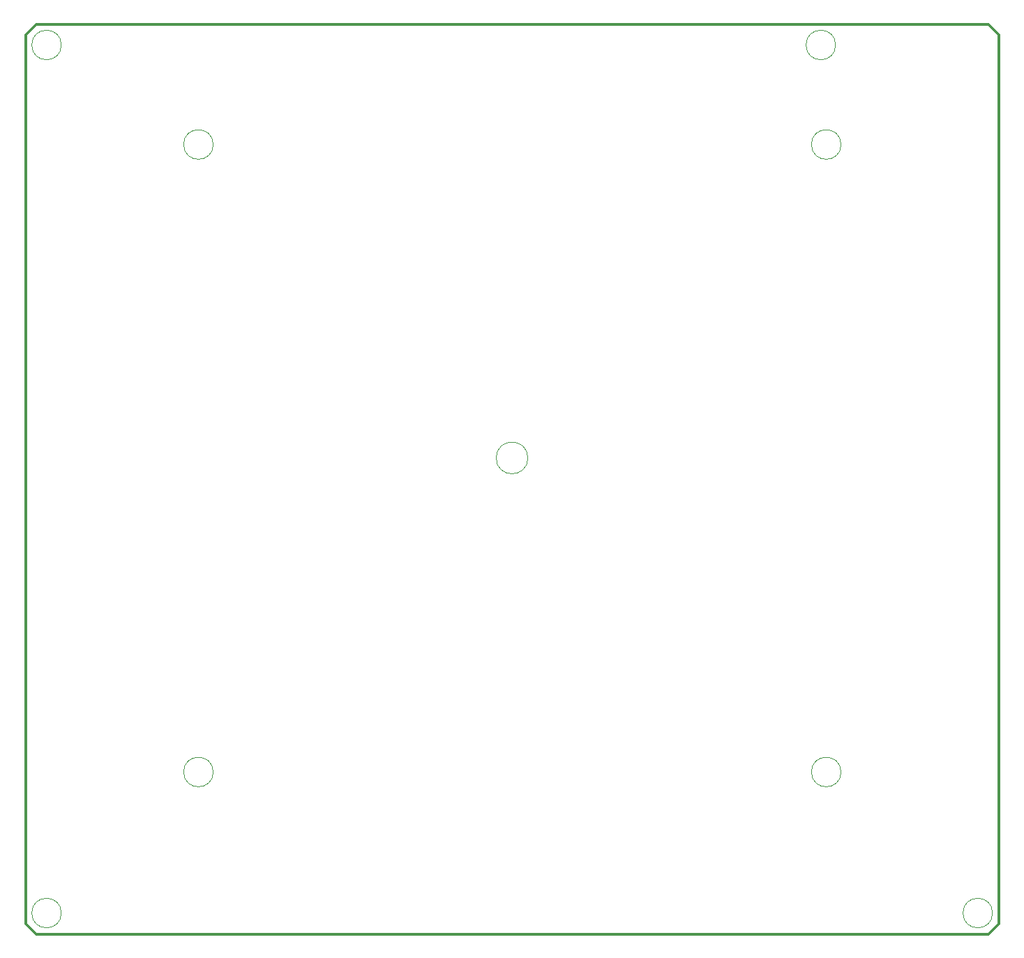
<source format=gbr>
G04 #@! TF.GenerationSoftware,KiCad,Pcbnew,(5.1.0)-1*
G04 #@! TF.CreationDate,2019-04-03T00:52:31+07:00*
G04 #@! TF.ProjectId,Nyquist,4e797175-6973-4742-9e6b-696361645f70,rev?*
G04 #@! TF.SameCoordinates,Original*
G04 #@! TF.FileFunction,Profile,NP*
%FSLAX46Y46*%
G04 Gerber Fmt 4.6, Leading zero omitted, Abs format (unit mm)*
G04 Created by KiCad (PCBNEW (5.1.0)-1) date 2019-04-03 00:52:31*
%MOMM*%
%LPD*%
G04 APERTURE LIST*
%ADD10C,0.300000*%
%ADD11C,0.050000*%
G04 APERTURE END LIST*
D10*
X62230000Y-130810000D02*
X60960000Y-129540000D01*
X179070000Y-129540000D02*
X177800000Y-130810000D01*
X179070000Y-21590000D02*
X177800000Y-20320000D01*
X62230000Y-20320000D02*
X60960000Y-21590000D01*
D11*
X159930051Y-111144000D02*
G75*
G03X159930051Y-111144000I-1796051J0D01*
G01*
X83730051Y-111144000D02*
G75*
G03X83730051Y-111144000I-1796051J0D01*
G01*
X83730051Y-34944000D02*
G75*
G03X83730051Y-34944000I-1796051J0D01*
G01*
X159930051Y-34944000D02*
G75*
G03X159930051Y-34944000I-1796051J0D01*
G01*
X159276051Y-22860000D02*
G75*
G03X159276051Y-22860000I-1796051J0D01*
G01*
X65296051Y-22860000D02*
G75*
G03X65296051Y-22860000I-1796051J0D01*
G01*
X65296051Y-128270000D02*
G75*
G03X65296051Y-128270000I-1796051J0D01*
G01*
X178326051Y-128270000D02*
G75*
G03X178326051Y-128270000I-1796051J0D01*
G01*
X121920000Y-73006000D02*
G75*
G03X121920000Y-73006000I-1924000J0D01*
G01*
D10*
X177800000Y-20320000D02*
X62230000Y-20320000D01*
X179070000Y-129540000D02*
X179070000Y-21590000D01*
X62230000Y-130810000D02*
X177800000Y-130810000D01*
X60960000Y-21590000D02*
X60960000Y-129540000D01*
M02*

</source>
